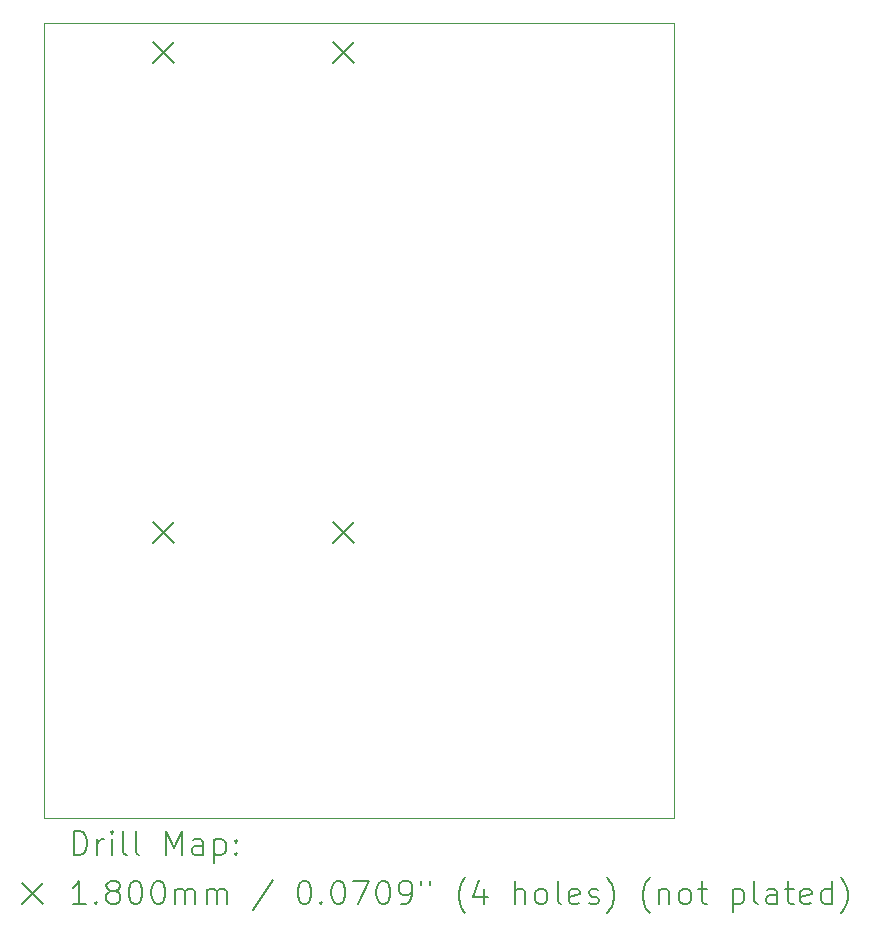
<source format=gbr>
%TF.GenerationSoftware,KiCad,Pcbnew,7.0.8*%
%TF.CreationDate,2024-02-22T02:05:16-08:00*%
%TF.ProjectId,oc_v1,6f635f76-312e-46b6-9963-61645f706362,0*%
%TF.SameCoordinates,Original*%
%TF.FileFunction,Drillmap*%
%TF.FilePolarity,Positive*%
%FSLAX45Y45*%
G04 Gerber Fmt 4.5, Leading zero omitted, Abs format (unit mm)*
G04 Created by KiCad (PCBNEW 7.0.8) date 2024-02-22 02:05:16*
%MOMM*%
%LPD*%
G01*
G04 APERTURE LIST*
%ADD10C,0.100000*%
%ADD11C,0.200000*%
%ADD12C,0.180000*%
G04 APERTURE END LIST*
D10*
X11303000Y-4699000D02*
X16637000Y-4699000D01*
X16637000Y-11430000D01*
X11303000Y-11430000D01*
X11303000Y-4699000D01*
D11*
D12*
X12229000Y-4863000D02*
X12409000Y-5043000D01*
X12409000Y-4863000D02*
X12229000Y-5043000D01*
X12229000Y-8927000D02*
X12409000Y-9107000D01*
X12409000Y-8927000D02*
X12229000Y-9107000D01*
X13753000Y-4863000D02*
X13933000Y-5043000D01*
X13933000Y-4863000D02*
X13753000Y-5043000D01*
X13753000Y-8927000D02*
X13933000Y-9107000D01*
X13933000Y-8927000D02*
X13753000Y-9107000D01*
D11*
X11558777Y-11746484D02*
X11558777Y-11546484D01*
X11558777Y-11546484D02*
X11606396Y-11546484D01*
X11606396Y-11546484D02*
X11634967Y-11556008D01*
X11634967Y-11556008D02*
X11654015Y-11575055D01*
X11654015Y-11575055D02*
X11663539Y-11594103D01*
X11663539Y-11594103D02*
X11673062Y-11632198D01*
X11673062Y-11632198D02*
X11673062Y-11660769D01*
X11673062Y-11660769D02*
X11663539Y-11698865D01*
X11663539Y-11698865D02*
X11654015Y-11717912D01*
X11654015Y-11717912D02*
X11634967Y-11736960D01*
X11634967Y-11736960D02*
X11606396Y-11746484D01*
X11606396Y-11746484D02*
X11558777Y-11746484D01*
X11758777Y-11746484D02*
X11758777Y-11613150D01*
X11758777Y-11651246D02*
X11768301Y-11632198D01*
X11768301Y-11632198D02*
X11777824Y-11622674D01*
X11777824Y-11622674D02*
X11796872Y-11613150D01*
X11796872Y-11613150D02*
X11815920Y-11613150D01*
X11882586Y-11746484D02*
X11882586Y-11613150D01*
X11882586Y-11546484D02*
X11873062Y-11556008D01*
X11873062Y-11556008D02*
X11882586Y-11565531D01*
X11882586Y-11565531D02*
X11892110Y-11556008D01*
X11892110Y-11556008D02*
X11882586Y-11546484D01*
X11882586Y-11546484D02*
X11882586Y-11565531D01*
X12006396Y-11746484D02*
X11987348Y-11736960D01*
X11987348Y-11736960D02*
X11977824Y-11717912D01*
X11977824Y-11717912D02*
X11977824Y-11546484D01*
X12111158Y-11746484D02*
X12092110Y-11736960D01*
X12092110Y-11736960D02*
X12082586Y-11717912D01*
X12082586Y-11717912D02*
X12082586Y-11546484D01*
X12339729Y-11746484D02*
X12339729Y-11546484D01*
X12339729Y-11546484D02*
X12406396Y-11689341D01*
X12406396Y-11689341D02*
X12473062Y-11546484D01*
X12473062Y-11546484D02*
X12473062Y-11746484D01*
X12654015Y-11746484D02*
X12654015Y-11641722D01*
X12654015Y-11641722D02*
X12644491Y-11622674D01*
X12644491Y-11622674D02*
X12625443Y-11613150D01*
X12625443Y-11613150D02*
X12587348Y-11613150D01*
X12587348Y-11613150D02*
X12568301Y-11622674D01*
X12654015Y-11736960D02*
X12634967Y-11746484D01*
X12634967Y-11746484D02*
X12587348Y-11746484D01*
X12587348Y-11746484D02*
X12568301Y-11736960D01*
X12568301Y-11736960D02*
X12558777Y-11717912D01*
X12558777Y-11717912D02*
X12558777Y-11698865D01*
X12558777Y-11698865D02*
X12568301Y-11679817D01*
X12568301Y-11679817D02*
X12587348Y-11670293D01*
X12587348Y-11670293D02*
X12634967Y-11670293D01*
X12634967Y-11670293D02*
X12654015Y-11660769D01*
X12749253Y-11613150D02*
X12749253Y-11813150D01*
X12749253Y-11622674D02*
X12768301Y-11613150D01*
X12768301Y-11613150D02*
X12806396Y-11613150D01*
X12806396Y-11613150D02*
X12825443Y-11622674D01*
X12825443Y-11622674D02*
X12834967Y-11632198D01*
X12834967Y-11632198D02*
X12844491Y-11651246D01*
X12844491Y-11651246D02*
X12844491Y-11708388D01*
X12844491Y-11708388D02*
X12834967Y-11727436D01*
X12834967Y-11727436D02*
X12825443Y-11736960D01*
X12825443Y-11736960D02*
X12806396Y-11746484D01*
X12806396Y-11746484D02*
X12768301Y-11746484D01*
X12768301Y-11746484D02*
X12749253Y-11736960D01*
X12930205Y-11727436D02*
X12939729Y-11736960D01*
X12939729Y-11736960D02*
X12930205Y-11746484D01*
X12930205Y-11746484D02*
X12920682Y-11736960D01*
X12920682Y-11736960D02*
X12930205Y-11727436D01*
X12930205Y-11727436D02*
X12930205Y-11746484D01*
X12930205Y-11622674D02*
X12939729Y-11632198D01*
X12939729Y-11632198D02*
X12930205Y-11641722D01*
X12930205Y-11641722D02*
X12920682Y-11632198D01*
X12920682Y-11632198D02*
X12930205Y-11622674D01*
X12930205Y-11622674D02*
X12930205Y-11641722D01*
D12*
X11118000Y-11985000D02*
X11298000Y-12165000D01*
X11298000Y-11985000D02*
X11118000Y-12165000D01*
D11*
X11663539Y-12166484D02*
X11549253Y-12166484D01*
X11606396Y-12166484D02*
X11606396Y-11966484D01*
X11606396Y-11966484D02*
X11587348Y-11995055D01*
X11587348Y-11995055D02*
X11568301Y-12014103D01*
X11568301Y-12014103D02*
X11549253Y-12023627D01*
X11749253Y-12147436D02*
X11758777Y-12156960D01*
X11758777Y-12156960D02*
X11749253Y-12166484D01*
X11749253Y-12166484D02*
X11739729Y-12156960D01*
X11739729Y-12156960D02*
X11749253Y-12147436D01*
X11749253Y-12147436D02*
X11749253Y-12166484D01*
X11873062Y-12052198D02*
X11854015Y-12042674D01*
X11854015Y-12042674D02*
X11844491Y-12033150D01*
X11844491Y-12033150D02*
X11834967Y-12014103D01*
X11834967Y-12014103D02*
X11834967Y-12004579D01*
X11834967Y-12004579D02*
X11844491Y-11985531D01*
X11844491Y-11985531D02*
X11854015Y-11976008D01*
X11854015Y-11976008D02*
X11873062Y-11966484D01*
X11873062Y-11966484D02*
X11911158Y-11966484D01*
X11911158Y-11966484D02*
X11930205Y-11976008D01*
X11930205Y-11976008D02*
X11939729Y-11985531D01*
X11939729Y-11985531D02*
X11949253Y-12004579D01*
X11949253Y-12004579D02*
X11949253Y-12014103D01*
X11949253Y-12014103D02*
X11939729Y-12033150D01*
X11939729Y-12033150D02*
X11930205Y-12042674D01*
X11930205Y-12042674D02*
X11911158Y-12052198D01*
X11911158Y-12052198D02*
X11873062Y-12052198D01*
X11873062Y-12052198D02*
X11854015Y-12061722D01*
X11854015Y-12061722D02*
X11844491Y-12071246D01*
X11844491Y-12071246D02*
X11834967Y-12090293D01*
X11834967Y-12090293D02*
X11834967Y-12128388D01*
X11834967Y-12128388D02*
X11844491Y-12147436D01*
X11844491Y-12147436D02*
X11854015Y-12156960D01*
X11854015Y-12156960D02*
X11873062Y-12166484D01*
X11873062Y-12166484D02*
X11911158Y-12166484D01*
X11911158Y-12166484D02*
X11930205Y-12156960D01*
X11930205Y-12156960D02*
X11939729Y-12147436D01*
X11939729Y-12147436D02*
X11949253Y-12128388D01*
X11949253Y-12128388D02*
X11949253Y-12090293D01*
X11949253Y-12090293D02*
X11939729Y-12071246D01*
X11939729Y-12071246D02*
X11930205Y-12061722D01*
X11930205Y-12061722D02*
X11911158Y-12052198D01*
X12073062Y-11966484D02*
X12092110Y-11966484D01*
X12092110Y-11966484D02*
X12111158Y-11976008D01*
X12111158Y-11976008D02*
X12120682Y-11985531D01*
X12120682Y-11985531D02*
X12130205Y-12004579D01*
X12130205Y-12004579D02*
X12139729Y-12042674D01*
X12139729Y-12042674D02*
X12139729Y-12090293D01*
X12139729Y-12090293D02*
X12130205Y-12128388D01*
X12130205Y-12128388D02*
X12120682Y-12147436D01*
X12120682Y-12147436D02*
X12111158Y-12156960D01*
X12111158Y-12156960D02*
X12092110Y-12166484D01*
X12092110Y-12166484D02*
X12073062Y-12166484D01*
X12073062Y-12166484D02*
X12054015Y-12156960D01*
X12054015Y-12156960D02*
X12044491Y-12147436D01*
X12044491Y-12147436D02*
X12034967Y-12128388D01*
X12034967Y-12128388D02*
X12025443Y-12090293D01*
X12025443Y-12090293D02*
X12025443Y-12042674D01*
X12025443Y-12042674D02*
X12034967Y-12004579D01*
X12034967Y-12004579D02*
X12044491Y-11985531D01*
X12044491Y-11985531D02*
X12054015Y-11976008D01*
X12054015Y-11976008D02*
X12073062Y-11966484D01*
X12263539Y-11966484D02*
X12282586Y-11966484D01*
X12282586Y-11966484D02*
X12301634Y-11976008D01*
X12301634Y-11976008D02*
X12311158Y-11985531D01*
X12311158Y-11985531D02*
X12320682Y-12004579D01*
X12320682Y-12004579D02*
X12330205Y-12042674D01*
X12330205Y-12042674D02*
X12330205Y-12090293D01*
X12330205Y-12090293D02*
X12320682Y-12128388D01*
X12320682Y-12128388D02*
X12311158Y-12147436D01*
X12311158Y-12147436D02*
X12301634Y-12156960D01*
X12301634Y-12156960D02*
X12282586Y-12166484D01*
X12282586Y-12166484D02*
X12263539Y-12166484D01*
X12263539Y-12166484D02*
X12244491Y-12156960D01*
X12244491Y-12156960D02*
X12234967Y-12147436D01*
X12234967Y-12147436D02*
X12225443Y-12128388D01*
X12225443Y-12128388D02*
X12215920Y-12090293D01*
X12215920Y-12090293D02*
X12215920Y-12042674D01*
X12215920Y-12042674D02*
X12225443Y-12004579D01*
X12225443Y-12004579D02*
X12234967Y-11985531D01*
X12234967Y-11985531D02*
X12244491Y-11976008D01*
X12244491Y-11976008D02*
X12263539Y-11966484D01*
X12415920Y-12166484D02*
X12415920Y-12033150D01*
X12415920Y-12052198D02*
X12425443Y-12042674D01*
X12425443Y-12042674D02*
X12444491Y-12033150D01*
X12444491Y-12033150D02*
X12473063Y-12033150D01*
X12473063Y-12033150D02*
X12492110Y-12042674D01*
X12492110Y-12042674D02*
X12501634Y-12061722D01*
X12501634Y-12061722D02*
X12501634Y-12166484D01*
X12501634Y-12061722D02*
X12511158Y-12042674D01*
X12511158Y-12042674D02*
X12530205Y-12033150D01*
X12530205Y-12033150D02*
X12558777Y-12033150D01*
X12558777Y-12033150D02*
X12577824Y-12042674D01*
X12577824Y-12042674D02*
X12587348Y-12061722D01*
X12587348Y-12061722D02*
X12587348Y-12166484D01*
X12682586Y-12166484D02*
X12682586Y-12033150D01*
X12682586Y-12052198D02*
X12692110Y-12042674D01*
X12692110Y-12042674D02*
X12711158Y-12033150D01*
X12711158Y-12033150D02*
X12739729Y-12033150D01*
X12739729Y-12033150D02*
X12758777Y-12042674D01*
X12758777Y-12042674D02*
X12768301Y-12061722D01*
X12768301Y-12061722D02*
X12768301Y-12166484D01*
X12768301Y-12061722D02*
X12777824Y-12042674D01*
X12777824Y-12042674D02*
X12796872Y-12033150D01*
X12796872Y-12033150D02*
X12825443Y-12033150D01*
X12825443Y-12033150D02*
X12844491Y-12042674D01*
X12844491Y-12042674D02*
X12854015Y-12061722D01*
X12854015Y-12061722D02*
X12854015Y-12166484D01*
X13244491Y-11956960D02*
X13073063Y-12214103D01*
X13501634Y-11966484D02*
X13520682Y-11966484D01*
X13520682Y-11966484D02*
X13539729Y-11976008D01*
X13539729Y-11976008D02*
X13549253Y-11985531D01*
X13549253Y-11985531D02*
X13558777Y-12004579D01*
X13558777Y-12004579D02*
X13568301Y-12042674D01*
X13568301Y-12042674D02*
X13568301Y-12090293D01*
X13568301Y-12090293D02*
X13558777Y-12128388D01*
X13558777Y-12128388D02*
X13549253Y-12147436D01*
X13549253Y-12147436D02*
X13539729Y-12156960D01*
X13539729Y-12156960D02*
X13520682Y-12166484D01*
X13520682Y-12166484D02*
X13501634Y-12166484D01*
X13501634Y-12166484D02*
X13482586Y-12156960D01*
X13482586Y-12156960D02*
X13473063Y-12147436D01*
X13473063Y-12147436D02*
X13463539Y-12128388D01*
X13463539Y-12128388D02*
X13454015Y-12090293D01*
X13454015Y-12090293D02*
X13454015Y-12042674D01*
X13454015Y-12042674D02*
X13463539Y-12004579D01*
X13463539Y-12004579D02*
X13473063Y-11985531D01*
X13473063Y-11985531D02*
X13482586Y-11976008D01*
X13482586Y-11976008D02*
X13501634Y-11966484D01*
X13654015Y-12147436D02*
X13663539Y-12156960D01*
X13663539Y-12156960D02*
X13654015Y-12166484D01*
X13654015Y-12166484D02*
X13644491Y-12156960D01*
X13644491Y-12156960D02*
X13654015Y-12147436D01*
X13654015Y-12147436D02*
X13654015Y-12166484D01*
X13787348Y-11966484D02*
X13806396Y-11966484D01*
X13806396Y-11966484D02*
X13825444Y-11976008D01*
X13825444Y-11976008D02*
X13834967Y-11985531D01*
X13834967Y-11985531D02*
X13844491Y-12004579D01*
X13844491Y-12004579D02*
X13854015Y-12042674D01*
X13854015Y-12042674D02*
X13854015Y-12090293D01*
X13854015Y-12090293D02*
X13844491Y-12128388D01*
X13844491Y-12128388D02*
X13834967Y-12147436D01*
X13834967Y-12147436D02*
X13825444Y-12156960D01*
X13825444Y-12156960D02*
X13806396Y-12166484D01*
X13806396Y-12166484D02*
X13787348Y-12166484D01*
X13787348Y-12166484D02*
X13768301Y-12156960D01*
X13768301Y-12156960D02*
X13758777Y-12147436D01*
X13758777Y-12147436D02*
X13749253Y-12128388D01*
X13749253Y-12128388D02*
X13739729Y-12090293D01*
X13739729Y-12090293D02*
X13739729Y-12042674D01*
X13739729Y-12042674D02*
X13749253Y-12004579D01*
X13749253Y-12004579D02*
X13758777Y-11985531D01*
X13758777Y-11985531D02*
X13768301Y-11976008D01*
X13768301Y-11976008D02*
X13787348Y-11966484D01*
X13920682Y-11966484D02*
X14054015Y-11966484D01*
X14054015Y-11966484D02*
X13968301Y-12166484D01*
X14168301Y-11966484D02*
X14187348Y-11966484D01*
X14187348Y-11966484D02*
X14206396Y-11976008D01*
X14206396Y-11976008D02*
X14215920Y-11985531D01*
X14215920Y-11985531D02*
X14225444Y-12004579D01*
X14225444Y-12004579D02*
X14234967Y-12042674D01*
X14234967Y-12042674D02*
X14234967Y-12090293D01*
X14234967Y-12090293D02*
X14225444Y-12128388D01*
X14225444Y-12128388D02*
X14215920Y-12147436D01*
X14215920Y-12147436D02*
X14206396Y-12156960D01*
X14206396Y-12156960D02*
X14187348Y-12166484D01*
X14187348Y-12166484D02*
X14168301Y-12166484D01*
X14168301Y-12166484D02*
X14149253Y-12156960D01*
X14149253Y-12156960D02*
X14139729Y-12147436D01*
X14139729Y-12147436D02*
X14130206Y-12128388D01*
X14130206Y-12128388D02*
X14120682Y-12090293D01*
X14120682Y-12090293D02*
X14120682Y-12042674D01*
X14120682Y-12042674D02*
X14130206Y-12004579D01*
X14130206Y-12004579D02*
X14139729Y-11985531D01*
X14139729Y-11985531D02*
X14149253Y-11976008D01*
X14149253Y-11976008D02*
X14168301Y-11966484D01*
X14330206Y-12166484D02*
X14368301Y-12166484D01*
X14368301Y-12166484D02*
X14387348Y-12156960D01*
X14387348Y-12156960D02*
X14396872Y-12147436D01*
X14396872Y-12147436D02*
X14415920Y-12118865D01*
X14415920Y-12118865D02*
X14425444Y-12080769D01*
X14425444Y-12080769D02*
X14425444Y-12004579D01*
X14425444Y-12004579D02*
X14415920Y-11985531D01*
X14415920Y-11985531D02*
X14406396Y-11976008D01*
X14406396Y-11976008D02*
X14387348Y-11966484D01*
X14387348Y-11966484D02*
X14349253Y-11966484D01*
X14349253Y-11966484D02*
X14330206Y-11976008D01*
X14330206Y-11976008D02*
X14320682Y-11985531D01*
X14320682Y-11985531D02*
X14311158Y-12004579D01*
X14311158Y-12004579D02*
X14311158Y-12052198D01*
X14311158Y-12052198D02*
X14320682Y-12071246D01*
X14320682Y-12071246D02*
X14330206Y-12080769D01*
X14330206Y-12080769D02*
X14349253Y-12090293D01*
X14349253Y-12090293D02*
X14387348Y-12090293D01*
X14387348Y-12090293D02*
X14406396Y-12080769D01*
X14406396Y-12080769D02*
X14415920Y-12071246D01*
X14415920Y-12071246D02*
X14425444Y-12052198D01*
X14501634Y-11966484D02*
X14501634Y-12004579D01*
X14577825Y-11966484D02*
X14577825Y-12004579D01*
X14873063Y-12242674D02*
X14863539Y-12233150D01*
X14863539Y-12233150D02*
X14844491Y-12204579D01*
X14844491Y-12204579D02*
X14834968Y-12185531D01*
X14834968Y-12185531D02*
X14825444Y-12156960D01*
X14825444Y-12156960D02*
X14815920Y-12109341D01*
X14815920Y-12109341D02*
X14815920Y-12071246D01*
X14815920Y-12071246D02*
X14825444Y-12023627D01*
X14825444Y-12023627D02*
X14834968Y-11995055D01*
X14834968Y-11995055D02*
X14844491Y-11976008D01*
X14844491Y-11976008D02*
X14863539Y-11947436D01*
X14863539Y-11947436D02*
X14873063Y-11937912D01*
X15034968Y-12033150D02*
X15034968Y-12166484D01*
X14987348Y-11956960D02*
X14939729Y-12099817D01*
X14939729Y-12099817D02*
X15063539Y-12099817D01*
X15292110Y-12166484D02*
X15292110Y-11966484D01*
X15377825Y-12166484D02*
X15377825Y-12061722D01*
X15377825Y-12061722D02*
X15368301Y-12042674D01*
X15368301Y-12042674D02*
X15349253Y-12033150D01*
X15349253Y-12033150D02*
X15320682Y-12033150D01*
X15320682Y-12033150D02*
X15301634Y-12042674D01*
X15301634Y-12042674D02*
X15292110Y-12052198D01*
X15501634Y-12166484D02*
X15482587Y-12156960D01*
X15482587Y-12156960D02*
X15473063Y-12147436D01*
X15473063Y-12147436D02*
X15463539Y-12128388D01*
X15463539Y-12128388D02*
X15463539Y-12071246D01*
X15463539Y-12071246D02*
X15473063Y-12052198D01*
X15473063Y-12052198D02*
X15482587Y-12042674D01*
X15482587Y-12042674D02*
X15501634Y-12033150D01*
X15501634Y-12033150D02*
X15530206Y-12033150D01*
X15530206Y-12033150D02*
X15549253Y-12042674D01*
X15549253Y-12042674D02*
X15558777Y-12052198D01*
X15558777Y-12052198D02*
X15568301Y-12071246D01*
X15568301Y-12071246D02*
X15568301Y-12128388D01*
X15568301Y-12128388D02*
X15558777Y-12147436D01*
X15558777Y-12147436D02*
X15549253Y-12156960D01*
X15549253Y-12156960D02*
X15530206Y-12166484D01*
X15530206Y-12166484D02*
X15501634Y-12166484D01*
X15682587Y-12166484D02*
X15663539Y-12156960D01*
X15663539Y-12156960D02*
X15654015Y-12137912D01*
X15654015Y-12137912D02*
X15654015Y-11966484D01*
X15834968Y-12156960D02*
X15815920Y-12166484D01*
X15815920Y-12166484D02*
X15777825Y-12166484D01*
X15777825Y-12166484D02*
X15758777Y-12156960D01*
X15758777Y-12156960D02*
X15749253Y-12137912D01*
X15749253Y-12137912D02*
X15749253Y-12061722D01*
X15749253Y-12061722D02*
X15758777Y-12042674D01*
X15758777Y-12042674D02*
X15777825Y-12033150D01*
X15777825Y-12033150D02*
X15815920Y-12033150D01*
X15815920Y-12033150D02*
X15834968Y-12042674D01*
X15834968Y-12042674D02*
X15844491Y-12061722D01*
X15844491Y-12061722D02*
X15844491Y-12080769D01*
X15844491Y-12080769D02*
X15749253Y-12099817D01*
X15920682Y-12156960D02*
X15939730Y-12166484D01*
X15939730Y-12166484D02*
X15977825Y-12166484D01*
X15977825Y-12166484D02*
X15996872Y-12156960D01*
X15996872Y-12156960D02*
X16006396Y-12137912D01*
X16006396Y-12137912D02*
X16006396Y-12128388D01*
X16006396Y-12128388D02*
X15996872Y-12109341D01*
X15996872Y-12109341D02*
X15977825Y-12099817D01*
X15977825Y-12099817D02*
X15949253Y-12099817D01*
X15949253Y-12099817D02*
X15930206Y-12090293D01*
X15930206Y-12090293D02*
X15920682Y-12071246D01*
X15920682Y-12071246D02*
X15920682Y-12061722D01*
X15920682Y-12061722D02*
X15930206Y-12042674D01*
X15930206Y-12042674D02*
X15949253Y-12033150D01*
X15949253Y-12033150D02*
X15977825Y-12033150D01*
X15977825Y-12033150D02*
X15996872Y-12042674D01*
X16073063Y-12242674D02*
X16082587Y-12233150D01*
X16082587Y-12233150D02*
X16101634Y-12204579D01*
X16101634Y-12204579D02*
X16111158Y-12185531D01*
X16111158Y-12185531D02*
X16120682Y-12156960D01*
X16120682Y-12156960D02*
X16130206Y-12109341D01*
X16130206Y-12109341D02*
X16130206Y-12071246D01*
X16130206Y-12071246D02*
X16120682Y-12023627D01*
X16120682Y-12023627D02*
X16111158Y-11995055D01*
X16111158Y-11995055D02*
X16101634Y-11976008D01*
X16101634Y-11976008D02*
X16082587Y-11947436D01*
X16082587Y-11947436D02*
X16073063Y-11937912D01*
X16434968Y-12242674D02*
X16425444Y-12233150D01*
X16425444Y-12233150D02*
X16406396Y-12204579D01*
X16406396Y-12204579D02*
X16396872Y-12185531D01*
X16396872Y-12185531D02*
X16387349Y-12156960D01*
X16387349Y-12156960D02*
X16377825Y-12109341D01*
X16377825Y-12109341D02*
X16377825Y-12071246D01*
X16377825Y-12071246D02*
X16387349Y-12023627D01*
X16387349Y-12023627D02*
X16396872Y-11995055D01*
X16396872Y-11995055D02*
X16406396Y-11976008D01*
X16406396Y-11976008D02*
X16425444Y-11947436D01*
X16425444Y-11947436D02*
X16434968Y-11937912D01*
X16511158Y-12033150D02*
X16511158Y-12166484D01*
X16511158Y-12052198D02*
X16520682Y-12042674D01*
X16520682Y-12042674D02*
X16539730Y-12033150D01*
X16539730Y-12033150D02*
X16568301Y-12033150D01*
X16568301Y-12033150D02*
X16587349Y-12042674D01*
X16587349Y-12042674D02*
X16596872Y-12061722D01*
X16596872Y-12061722D02*
X16596872Y-12166484D01*
X16720682Y-12166484D02*
X16701634Y-12156960D01*
X16701634Y-12156960D02*
X16692111Y-12147436D01*
X16692111Y-12147436D02*
X16682587Y-12128388D01*
X16682587Y-12128388D02*
X16682587Y-12071246D01*
X16682587Y-12071246D02*
X16692111Y-12052198D01*
X16692111Y-12052198D02*
X16701634Y-12042674D01*
X16701634Y-12042674D02*
X16720682Y-12033150D01*
X16720682Y-12033150D02*
X16749253Y-12033150D01*
X16749253Y-12033150D02*
X16768301Y-12042674D01*
X16768301Y-12042674D02*
X16777825Y-12052198D01*
X16777825Y-12052198D02*
X16787349Y-12071246D01*
X16787349Y-12071246D02*
X16787349Y-12128388D01*
X16787349Y-12128388D02*
X16777825Y-12147436D01*
X16777825Y-12147436D02*
X16768301Y-12156960D01*
X16768301Y-12156960D02*
X16749253Y-12166484D01*
X16749253Y-12166484D02*
X16720682Y-12166484D01*
X16844492Y-12033150D02*
X16920682Y-12033150D01*
X16873063Y-11966484D02*
X16873063Y-12137912D01*
X16873063Y-12137912D02*
X16882587Y-12156960D01*
X16882587Y-12156960D02*
X16901634Y-12166484D01*
X16901634Y-12166484D02*
X16920682Y-12166484D01*
X17139730Y-12033150D02*
X17139730Y-12233150D01*
X17139730Y-12042674D02*
X17158777Y-12033150D01*
X17158777Y-12033150D02*
X17196873Y-12033150D01*
X17196873Y-12033150D02*
X17215920Y-12042674D01*
X17215920Y-12042674D02*
X17225444Y-12052198D01*
X17225444Y-12052198D02*
X17234968Y-12071246D01*
X17234968Y-12071246D02*
X17234968Y-12128388D01*
X17234968Y-12128388D02*
X17225444Y-12147436D01*
X17225444Y-12147436D02*
X17215920Y-12156960D01*
X17215920Y-12156960D02*
X17196873Y-12166484D01*
X17196873Y-12166484D02*
X17158777Y-12166484D01*
X17158777Y-12166484D02*
X17139730Y-12156960D01*
X17349254Y-12166484D02*
X17330206Y-12156960D01*
X17330206Y-12156960D02*
X17320682Y-12137912D01*
X17320682Y-12137912D02*
X17320682Y-11966484D01*
X17511158Y-12166484D02*
X17511158Y-12061722D01*
X17511158Y-12061722D02*
X17501635Y-12042674D01*
X17501635Y-12042674D02*
X17482587Y-12033150D01*
X17482587Y-12033150D02*
X17444492Y-12033150D01*
X17444492Y-12033150D02*
X17425444Y-12042674D01*
X17511158Y-12156960D02*
X17492111Y-12166484D01*
X17492111Y-12166484D02*
X17444492Y-12166484D01*
X17444492Y-12166484D02*
X17425444Y-12156960D01*
X17425444Y-12156960D02*
X17415920Y-12137912D01*
X17415920Y-12137912D02*
X17415920Y-12118865D01*
X17415920Y-12118865D02*
X17425444Y-12099817D01*
X17425444Y-12099817D02*
X17444492Y-12090293D01*
X17444492Y-12090293D02*
X17492111Y-12090293D01*
X17492111Y-12090293D02*
X17511158Y-12080769D01*
X17577825Y-12033150D02*
X17654015Y-12033150D01*
X17606396Y-11966484D02*
X17606396Y-12137912D01*
X17606396Y-12137912D02*
X17615920Y-12156960D01*
X17615920Y-12156960D02*
X17634968Y-12166484D01*
X17634968Y-12166484D02*
X17654015Y-12166484D01*
X17796873Y-12156960D02*
X17777825Y-12166484D01*
X17777825Y-12166484D02*
X17739730Y-12166484D01*
X17739730Y-12166484D02*
X17720682Y-12156960D01*
X17720682Y-12156960D02*
X17711158Y-12137912D01*
X17711158Y-12137912D02*
X17711158Y-12061722D01*
X17711158Y-12061722D02*
X17720682Y-12042674D01*
X17720682Y-12042674D02*
X17739730Y-12033150D01*
X17739730Y-12033150D02*
X17777825Y-12033150D01*
X17777825Y-12033150D02*
X17796873Y-12042674D01*
X17796873Y-12042674D02*
X17806396Y-12061722D01*
X17806396Y-12061722D02*
X17806396Y-12080769D01*
X17806396Y-12080769D02*
X17711158Y-12099817D01*
X17977825Y-12166484D02*
X17977825Y-11966484D01*
X17977825Y-12156960D02*
X17958777Y-12166484D01*
X17958777Y-12166484D02*
X17920682Y-12166484D01*
X17920682Y-12166484D02*
X17901635Y-12156960D01*
X17901635Y-12156960D02*
X17892111Y-12147436D01*
X17892111Y-12147436D02*
X17882587Y-12128388D01*
X17882587Y-12128388D02*
X17882587Y-12071246D01*
X17882587Y-12071246D02*
X17892111Y-12052198D01*
X17892111Y-12052198D02*
X17901635Y-12042674D01*
X17901635Y-12042674D02*
X17920682Y-12033150D01*
X17920682Y-12033150D02*
X17958777Y-12033150D01*
X17958777Y-12033150D02*
X17977825Y-12042674D01*
X18054016Y-12242674D02*
X18063539Y-12233150D01*
X18063539Y-12233150D02*
X18082587Y-12204579D01*
X18082587Y-12204579D02*
X18092111Y-12185531D01*
X18092111Y-12185531D02*
X18101635Y-12156960D01*
X18101635Y-12156960D02*
X18111158Y-12109341D01*
X18111158Y-12109341D02*
X18111158Y-12071246D01*
X18111158Y-12071246D02*
X18101635Y-12023627D01*
X18101635Y-12023627D02*
X18092111Y-11995055D01*
X18092111Y-11995055D02*
X18082587Y-11976008D01*
X18082587Y-11976008D02*
X18063539Y-11947436D01*
X18063539Y-11947436D02*
X18054016Y-11937912D01*
M02*

</source>
